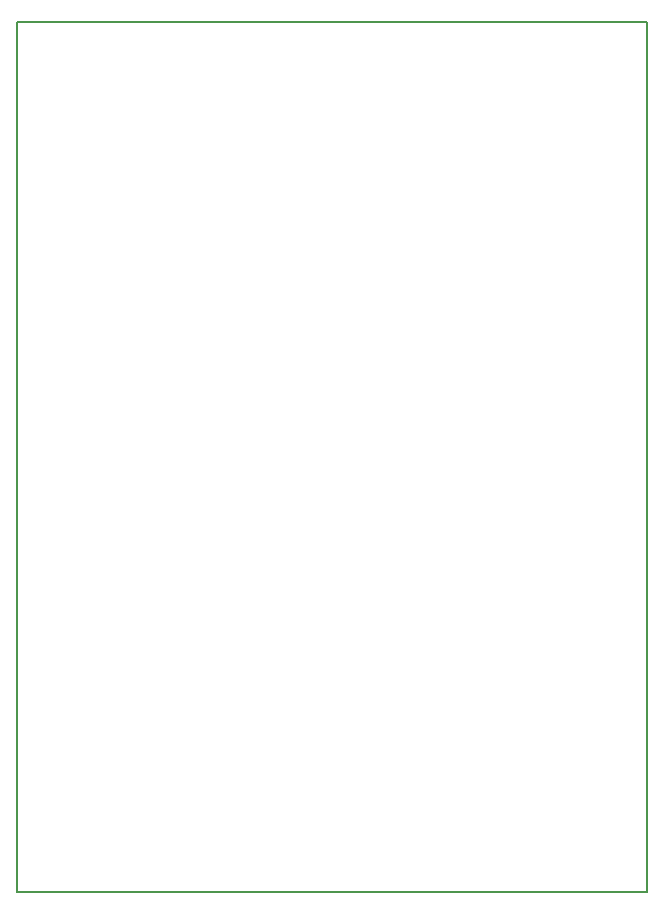
<source format=gm1>
G04 #@! TF.GenerationSoftware,KiCad,Pcbnew,5.0.0-rc3-6a2723a~65~ubuntu18.04.1*
G04 #@! TF.CreationDate,2018-07-22T22:16:49+02:00*
G04 #@! TF.ProjectId,007_mini,3030375F6D696E692E6B696361645F70,rev?*
G04 #@! TF.SameCoordinates,Original*
G04 #@! TF.FileFunction,Profile,NP*
%FSLAX46Y46*%
G04 Gerber Fmt 4.6, Leading zero omitted, Abs format (unit mm)*
G04 Created by KiCad (PCBNEW 5.0.0-rc3-6a2723a~65~ubuntu18.04.1) date Sun Jul 22 22:16:49 2018*
%MOMM*%
%LPD*%
G01*
G04 APERTURE LIST*
%ADD10C,0.150000*%
G04 APERTURE END LIST*
D10*
X138430000Y-123190000D02*
X138430000Y-49530000D01*
X85090000Y-49530000D02*
X85090000Y-123190000D01*
X138430000Y-49530000D02*
X85090000Y-49530000D01*
X85090000Y-123190000D02*
X138430000Y-123190000D01*
M02*

</source>
